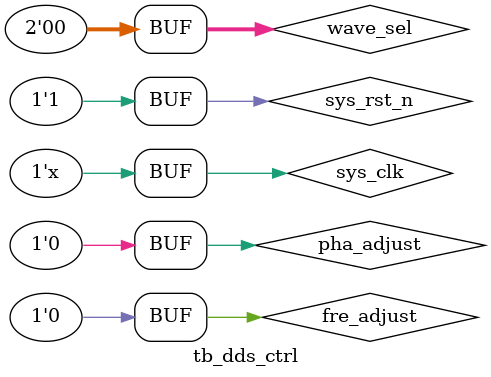
<source format=v>
`timescale 1ns/1ns
module tb_dds_ctrl();

reg sys_clk;
reg sys_rst_n;
reg [1:0]wave_sel;
reg fre_adjust  ;
reg pha_adjust  ;
initial 
	begin 
		sys_clk<=1'b1;
		sys_rst_n<=1'b0;
		wave_sel<=2'b00;
		fre_adjust<=1'b0;
		pha_adjust<=1'b0;
		#200
		sys_rst_n<=1'b1;		
	//频率步进测试	
		wave_sel<=2'b00;	
		//fre_adjust<=1'b1;
		//pha_adjust<=1'b1;
		// fre_adjust<=1'b0;
		//pha_adjust<=1'b0;
		#2000000;
		//// fre_adjust<=1'b1;
		//pha_adjust<=1'b1;
		//#10
		//// fre_adjust<=1'b0;
		//pha_adjust<=1'b0;
		//#2000000;
		//// fre_adjust<=1'b1;
		//pha_adjust<=1'b1;
		//#10
		//// fre_adjust<=1'b0;
		//pha_adjust<=1'b0;
		//#2000000;
		//// fre_adjust<=1'b1;
		//pha_adjust<=1'b1;
		//#10
		//// fre_adjust<=1'b0;
		//pha_adjust<=1'b0;
		//#2000000;
		//// fre_adjust<=1'b1;
		//pha_adjust<=1'b1;
		//#10
		//// fre_adjust<=1'b0;
		//pha_adjust<=1'b0;
		//#2000000;
		//// fre_adjust<=1'b1;
		//pha_adjust<=1'b1;
		//#10
		//// fre_adjust<=1'b0;
		//pha_adjust<=1'b0;
		//#2000000;
		//// fre_adjust<=1'b1;
		//pha_adjust<=1'b1;
		//#10
		//// fre_adjust<=1'b0;
		//pha_adjust<=1'b0;
		//#2000000;
		//// fre_adjust<=1'b1;
		//pha_adjust<=1'b1;
		//#10
		//// fre_adjust<=1'b1;
		//pha_adjust<=1'b1;
		//#2000000;
		//// fre_adjust<=1'b1;
		//pha_adjust<=1'b1;
		//#10
		//// fre_adjust<=1'b1;
		//pha_adjust<=1'b1;
		//#2000000;
		//// fre_adjust<=1'b1;
		//pha_adjust<=1'b1;
		//#10
		//// fre_adjust<=1'b1;
		//pha_adjust<=1'b1;	
		wave_sel<=2'b01;
		#2000000;
		wave_sel<=2'b10;
		#2000000;
		wave_sel<=2'b11;
		#2000000;
		wave_sel<=2'b00;
	end
always #1 sys_clk= ~sys_clk;

wire start_flag;
wire [9:0]dac_data_out;
dds_ctrl  dds_ctrl_inst
(
	.sys_clk	(sys_clk	),
	.sys_rst_n	(sys_rst_n	),
	.wave_sel	(wave_sel	),
	.fre_adjust	(fre_adjust) ,
	.pha_adjust	(pha_adjust) ,
	
	. 	start_flag(start_flag),
	.dac_data	(dac_data_out	)
	

);






endmodule 
</source>
